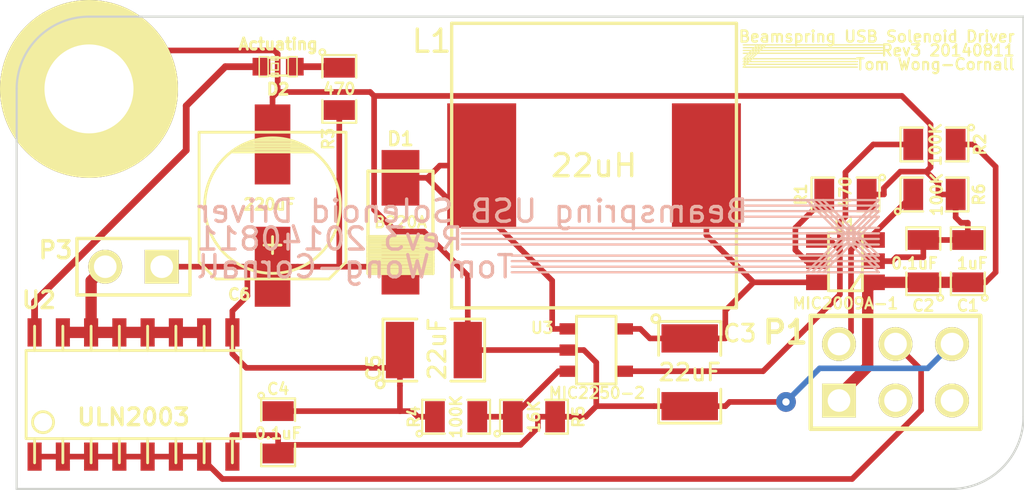
<source format=kicad_pcb>
(kicad_pcb (version 20171130) (host pcbnew "(5.1.12)-1")

  (general
    (thickness 1.6)
    (drawings 44)
    (tracks 184)
    (zones 0)
    (modules 21)
    (nets 14)
  )

  (page A3)
  (layers
    (0 F.Cu signal)
    (31 B.Cu signal)
    (32 B.Adhes user)
    (33 F.Adhes user)
    (34 B.Paste user)
    (35 F.Paste user)
    (36 B.SilkS user hide)
    (37 F.SilkS user)
    (38 B.Mask user)
    (39 F.Mask user)
    (40 Dwgs.User user)
    (41 Cmts.User user)
    (42 Eco1.User user)
    (43 Eco2.User user)
    (44 Edge.Cuts user)
  )

  (setup
    (last_trace_width 0.254)
    (user_trace_width 0.1778)
    (user_trace_width 0.2032)
    (user_trace_width 0.254)
    (user_trace_width 0.3048)
    (user_trace_width 0.381)
    (user_trace_width 0.508)
    (trace_clearance 0.2032)
    (zone_clearance 0.381)
    (zone_45_only no)
    (trace_min 0.1524)
    (via_size 0.889)
    (via_drill 0.3302)
    (via_min_size 0.889)
    (via_min_drill 0.3302)
    (uvia_size 0.508)
    (uvia_drill 0.127)
    (uvias_allowed no)
    (uvia_min_size 0.508)
    (uvia_min_drill 0.127)
    (edge_width 0.1)
    (segment_width 0.1)
    (pcb_text_width 0.3)
    (pcb_text_size 1.5 1.5)
    (mod_edge_width 0.15)
    (mod_text_size 1 1)
    (mod_text_width 0.15)
    (pad_size 8 8)
    (pad_drill 4)
    (pad_to_mask_clearance 0)
    (aux_axis_origin 0 0)
    (visible_elements 7FFFFFDF)
    (pcbplotparams
      (layerselection 0x00030_ffffffff)
      (usegerberextensions true)
      (usegerberattributes true)
      (usegerberadvancedattributes true)
      (creategerberjobfile true)
      (excludeedgelayer true)
      (linewidth 0.150000)
      (plotframeref false)
      (viasonmask false)
      (mode 1)
      (useauxorigin false)
      (hpglpennumber 1)
      (hpglpenspeed 20)
      (hpglpendiameter 15.000000)
      (psnegative false)
      (psa4output false)
      (plotreference true)
      (plotvalue true)
      (plotinvisibletext false)
      (padsonsilk false)
      (subtractmaskfromsilk false)
      (outputformat 1)
      (mirror false)
      (drillshape 0)
      (scaleselection 1)
      (outputdirectory "/tmp/solenoid-driver/"))
  )

  (net 0 "")
  (net 1 +5V)
  (net 2 +9V)
  (net 3 /+5V_Gated)
  (net 4 /SW)
  (net 5 GND)
  (net 6 N-0000012)
  (net 7 N-0000013)
  (net 8 N-000002)
  (net 9 N-000005)
  (net 10 N-000006)
  (net 11 N-000007)
  (net 12 N-000008)
  (net 13 N-000009)

  (net_class Default "This is the default net class."
    (clearance 0.2032)
    (trace_width 0.254)
    (via_dia 0.889)
    (via_drill 0.3302)
    (uvia_dia 0.508)
    (uvia_drill 0.127)
    (add_net +5V)
    (add_net +9V)
    (add_net /+5V_Gated)
    (add_net /SW)
    (add_net GND)
    (add_net N-0000012)
    (add_net N-0000013)
    (add_net N-000002)
    (add_net N-000005)
    (add_net N-000006)
    (add_net N-000007)
    (add_net N-000008)
    (add_net N-000009)
  )

  (module SOT23_6 (layer F.Cu) (tedit 53E819FF) (tstamp 533F9F75)
    (at 212.5 148.5 90)
    (path /533F8E11)
    (fp_text reference U1 (at 1.63 -0.02 180) (layer F.SilkS)
      (effects (font (size 0.5 0.5) (thickness 0.1)))
    )
    (fp_text value MIC2009A-1 (at -1.9 0 180) (layer F.SilkS)
      (effects (font (size 0.5 0.5) (thickness 0.1)))
    )
    (fp_line (start 1.27 -0.762) (end 1.27 0.762) (layer F.SilkS) (width 0.127))
    (fp_line (start -1.3335 -0.762) (end 1.27 -0.762) (layer F.SilkS) (width 0.127))
    (fp_line (start -1.3335 0.762) (end -1.3335 -0.762) (layer F.SilkS) (width 0.127))
    (fp_line (start 1.27 0.762) (end -1.3335 0.762) (layer F.SilkS) (width 0.127))
    (fp_line (start -0.508 0.762) (end -1.27 0.254) (layer F.SilkS) (width 0.127))
    (pad 6 smd rect (at -0.9525 -1.27 90) (size 0.70104 1.00076) (layers F.Cu F.Paste F.Mask)
      (net 3 /+5V_Gated))
    (pad 5 smd rect (at 0 -1.27 90) (size 0.70104 1.00076) (layers F.Cu F.Paste F.Mask)
      (net 8 N-000002))
    (pad 4 smd rect (at 0.9525 -1.27 90) (size 0.70104 1.00076) (layers F.Cu F.Paste F.Mask)
      (net 6 N-0000012))
    (pad 3 smd rect (at 0.9525 1.27 90) (size 0.70104 1.00076) (layers F.Cu F.Paste F.Mask)
      (net 11 N-000007))
    (pad 2 smd rect (at 0 1.27 90) (size 0.70104 1.00076) (layers F.Cu F.Paste F.Mask)
      (net 5 GND))
    (pad 1 smd rect (at -0.9525 1.27 90) (size 0.70104 1.00076) (layers F.Cu F.Paste F.Mask)
      (net 1 +5V))
    (model smd/SOT23_6.wrl
      (at (xyz 0 0 0))
      (scale (xyz 0.11 0.11 0.11))
      (rotate (xyz 0 0 0))
    )
  )

  (module SOT23-5 (layer F.Cu) (tedit 53E819DC) (tstamp 533F9F82)
    (at 201.3 152.5 270)
    (path /533F9B43)
    (attr smd)
    (fp_text reference U3 (at -1 2.43) (layer F.SilkS)
      (effects (font (size 0.5 0.5) (thickness 0.1)))
    )
    (fp_text value MIC2250-2 (at 1.93 -0.03) (layer F.SilkS)
      (effects (font (size 0.5 0.5) (thickness 0.1)))
    )
    (fp_line (start -1.524 -0.889) (end 1.524 -0.889) (layer F.SilkS) (width 0.127))
    (fp_line (start -1.524 0.889) (end -1.524 -0.889) (layer F.SilkS) (width 0.127))
    (fp_line (start 1.524 0.889) (end -1.524 0.889) (layer F.SilkS) (width 0.127))
    (fp_line (start 1.524 -0.889) (end 1.524 0.889) (layer F.SilkS) (width 0.127))
    (pad 1 smd rect (at -0.9525 1.27 270) (size 0.508 0.762) (layers F.Cu F.Paste F.Mask)
      (net 4 /SW))
    (pad 3 smd rect (at 0.9525 1.27 270) (size 0.508 0.762) (layers F.Cu F.Paste F.Mask)
      (net 7 N-0000013))
    (pad 5 smd rect (at -0.9525 -1.27 270) (size 0.508 0.762) (layers F.Cu F.Paste F.Mask)
      (net 3 /+5V_Gated))
    (pad 2 smd rect (at 0 1.27 270) (size 0.508 0.762) (layers F.Cu F.Paste F.Mask)
      (net 5 GND))
    (pad 4 smd rect (at 0.9525 -1.27 270) (size 0.508 0.762) (layers F.Cu F.Paste F.Mask)
      (net 6 N-0000012))
    (model smd/SOT23_5.wrl
      (at (xyz 0 0 0))
      (scale (xyz 0.1 0.1 0.1))
      (rotate (xyz 0 0 0))
    )
  )

  (module so-16 (layer F.Cu) (tedit 5340D383) (tstamp 533F9FAB)
    (at 180.5 154.5)
    (descr SO-16)
    (path /533CF28C)
    (attr smd)
    (fp_text reference U2 (at -4.25 -4.25) (layer F.SilkS)
      (effects (font (size 0.7493 0.7493) (thickness 0.14986)))
    )
    (fp_text value ULN2003 (at 0 1.016) (layer F.SilkS)
      (effects (font (size 0.7493 0.7493) (thickness 0.14986)))
    )
    (fp_circle (center -4.064 1.2446) (end -4.3434 1.6256) (layer F.SilkS) (width 0.127))
    (fp_line (start 4.826 -1.9812) (end -4.826 -1.9812) (layer F.SilkS) (width 0.127))
    (fp_line (start 4.826 1.9812) (end 4.826 -1.9812) (layer F.SilkS) (width 0.127))
    (fp_line (start -4.826 1.9812) (end 4.826 1.9812) (layer F.SilkS) (width 0.127))
    (fp_line (start -4.826 -1.9812) (end -4.826 1.9812) (layer F.SilkS) (width 0.127))
    (fp_line (start -1.905 3.0734) (end -1.905 1.9812) (layer F.SilkS) (width 0.127))
    (fp_line (start -0.635 3.0734) (end -0.635 1.9812) (layer F.SilkS) (width 0.127))
    (fp_line (start 0.635 3.0734) (end 0.635 1.9812) (layer F.SilkS) (width 0.127))
    (fp_line (start -3.175 3.0734) (end -3.175 1.9812) (layer F.SilkS) (width 0.127))
    (fp_line (start -4.445 1.9812) (end -4.445 3.0734) (layer F.SilkS) (width 0.127))
    (fp_line (start 1.905 1.9812) (end 1.905 3.0734) (layer F.SilkS) (width 0.127))
    (fp_line (start 3.175 1.9812) (end 3.175 3.0734) (layer F.SilkS) (width 0.127))
    (fp_line (start 4.445 1.9812) (end 4.445 3.0734) (layer F.SilkS) (width 0.127))
    (fp_line (start 4.445 -3.0734) (end 4.445 -1.9812) (layer F.SilkS) (width 0.127))
    (fp_line (start 3.175 -3.0734) (end 3.175 -1.9812) (layer F.SilkS) (width 0.127))
    (fp_line (start 1.905 -3.0734) (end 1.905 -1.9812) (layer F.SilkS) (width 0.127))
    (fp_line (start -4.445 -3.0734) (end -4.445 -1.9812) (layer F.SilkS) (width 0.127))
    (fp_line (start -3.175 -1.9812) (end -3.175 -3.0734) (layer F.SilkS) (width 0.127))
    (fp_line (start 0.635 -1.9812) (end 0.635 -3.0734) (layer F.SilkS) (width 0.127))
    (fp_line (start -0.635 -1.9812) (end -0.635 -3.0734) (layer F.SilkS) (width 0.127))
    (fp_line (start -1.905 -1.9812) (end -1.905 -3.0734) (layer F.SilkS) (width 0.127))
    (pad 1 smd rect (at -4.445 2.794) (size 0.635 1.27) (layers F.Cu F.Paste F.Mask)
      (net 9 N-000005))
    (pad 2 smd rect (at -3.175 2.794) (size 0.635 1.27) (layers F.Cu F.Paste F.Mask)
      (net 9 N-000005))
    (pad 3 smd rect (at -1.905 2.794) (size 0.635 1.27) (layers F.Cu F.Paste F.Mask)
      (net 9 N-000005))
    (pad 4 smd rect (at -0.635 2.794) (size 0.635 1.27) (layers F.Cu F.Paste F.Mask)
      (net 9 N-000005))
    (pad 5 smd rect (at 0.635 2.794) (size 0.635 1.27) (layers F.Cu F.Paste F.Mask)
      (net 9 N-000005))
    (pad 6 smd rect (at 1.905 2.794) (size 0.635 1.27) (layers F.Cu F.Paste F.Mask)
      (net 9 N-000005))
    (pad 7 smd rect (at 3.175 2.794) (size 0.635 1.27) (layers F.Cu F.Paste F.Mask)
      (net 9 N-000005))
    (pad 8 smd rect (at 4.445 2.794) (size 0.635 1.27) (layers F.Cu F.Paste F.Mask)
      (net 5 GND))
    (pad 9 smd rect (at 4.445 -2.794) (size 0.635 1.27) (layers F.Cu F.Paste F.Mask)
      (net 2 +9V))
    (pad 10 smd rect (at 3.175 -2.794) (size 0.635 1.27) (layers F.Cu F.Paste F.Mask)
      (net 10 N-000006))
    (pad 11 smd rect (at 1.905 -2.794) (size 0.635 1.27) (layers F.Cu F.Paste F.Mask)
      (net 10 N-000006))
    (pad 12 smd rect (at 0.635 -2.794) (size 0.635 1.27) (layers F.Cu F.Paste F.Mask)
      (net 10 N-000006))
    (pad 13 smd rect (at -0.635 -2.794) (size 0.635 1.27) (layers F.Cu F.Paste F.Mask)
      (net 10 N-000006))
    (pad 14 smd rect (at -1.905 -2.794) (size 0.635 1.27) (layers F.Cu F.Paste F.Mask)
      (net 10 N-000006))
    (pad 15 smd rect (at -3.175 -2.794) (size 0.635 1.27) (layers F.Cu F.Paste F.Mask)
      (net 10 N-000006))
    (pad 16 smd rect (at -4.445 -2.794) (size 0.635 1.27) (layers F.Cu F.Paste F.Mask)
      (net 12 N-000008))
    (model smd/smd_dil/so-16.wrl
      (at (xyz 0 0 0))
      (scale (xyz 1 1 1))
      (rotate (xyz 0 0 0))
    )
  )

  (module SM1210 (layer F.Cu) (tedit 5340D3F6) (tstamp 533F9FB8)
    (at 194 152.5)
    (tags "CMS SM")
    (path /533FADC1)
    (attr smd)
    (fp_text reference C5 (at -2.7 0.8 90) (layer F.SilkS)
      (effects (font (size 0.6 0.6) (thickness 0.127)))
    )
    (fp_text value 22uF (at 0.15 -0.05 90) (layer F.SilkS)
      (effects (font (size 0.762 0.762) (thickness 0.127)))
    )
    (fp_line (start 2.286 -1.397) (end 0.762 -1.397) (layer F.SilkS) (width 0.127))
    (fp_line (start 2.286 1.397) (end 2.286 -1.397) (layer F.SilkS) (width 0.127))
    (fp_line (start 0.762 1.397) (end 2.286 1.397) (layer F.SilkS) (width 0.127))
    (fp_line (start -2.286 1.397) (end -0.762 1.397) (layer F.SilkS) (width 0.127))
    (fp_line (start -2.286 -1.397) (end -2.286 1.397) (layer F.SilkS) (width 0.127))
    (fp_line (start -0.762 -1.397) (end -2.286 -1.397) (layer F.SilkS) (width 0.127))
    (fp_circle (center -2.413 1.524) (end -2.286 1.397) (layer F.SilkS) (width 0.127))
    (pad 1 smd rect (at -1.524 0) (size 1.27 2.54) (layers F.Cu F.Paste F.Mask)
      (net 2 +9V))
    (pad 2 smd rect (at 1.524 0) (size 1.27 2.54) (layers F.Cu F.Paste F.Mask)
      (net 5 GND))
    (model smd/chip_cms.wrl
      (at (xyz 0 0 0))
      (scale (xyz 0.17 0.2 0.17))
      (rotate (xyz 0 0 0))
    )
  )

  (module SM1210 (layer F.Cu) (tedit 5340D6FD) (tstamp 533F9FC5)
    (at 205.5 153.5 270)
    (tags "CMS SM")
    (path /533F9FEC)
    (attr smd)
    (fp_text reference C3 (at -1.75 -2.25) (layer F.SilkS)
      (effects (font (size 0.762 0.762) (thickness 0.127)))
    )
    (fp_text value 22uF (at 0 0) (layer F.SilkS)
      (effects (font (size 0.762 0.762) (thickness 0.127)))
    )
    (fp_line (start 2.286 -1.397) (end 0.762 -1.397) (layer F.SilkS) (width 0.127))
    (fp_line (start 2.286 1.397) (end 2.286 -1.397) (layer F.SilkS) (width 0.127))
    (fp_line (start 0.762 1.397) (end 2.286 1.397) (layer F.SilkS) (width 0.127))
    (fp_line (start -2.286 1.397) (end -0.762 1.397) (layer F.SilkS) (width 0.127))
    (fp_line (start -2.286 -1.397) (end -2.286 1.397) (layer F.SilkS) (width 0.127))
    (fp_line (start -0.762 -1.397) (end -2.286 -1.397) (layer F.SilkS) (width 0.127))
    (fp_circle (center -2.413 1.524) (end -2.286 1.397) (layer F.SilkS) (width 0.127))
    (pad 1 smd rect (at -1.524 0 270) (size 1.27 2.54) (layers F.Cu F.Paste F.Mask)
      (net 3 /+5V_Gated))
    (pad 2 smd rect (at 1.524 0 270) (size 1.27 2.54) (layers F.Cu F.Paste F.Mask)
      (net 5 GND))
    (model smd/chip_cms.wrl
      (at (xyz 0 0 0))
      (scale (xyz 0.17 0.2 0.17))
      (rotate (xyz 0 0 0))
    )
  )

  (module SM0805 (layer F.Cu) (tedit 5340D4D2) (tstamp 533F9FE1)
    (at 216.5 143.25 180)
    (path /533F9579)
    (attr smd)
    (fp_text reference R2 (at -2.05 0 270) (layer F.SilkS)
      (effects (font (size 0.50038 0.50038) (thickness 0.10922)))
    )
    (fp_text value 100K (at -0.05 0 270) (layer F.SilkS)
      (effects (font (size 0.50038 0.50038) (thickness 0.10922)))
    )
    (fp_line (start 1.524 0.762) (end 0.508 0.762) (layer F.SilkS) (width 0.09906))
    (fp_line (start 1.524 -0.762) (end 1.524 0.762) (layer F.SilkS) (width 0.09906))
    (fp_line (start 0.508 -0.762) (end 1.524 -0.762) (layer F.SilkS) (width 0.09906))
    (fp_line (start -1.524 -0.762) (end -0.508 -0.762) (layer F.SilkS) (width 0.09906))
    (fp_line (start -1.524 0.762) (end -1.524 -0.762) (layer F.SilkS) (width 0.09906))
    (fp_line (start -0.508 0.762) (end -1.524 0.762) (layer F.SilkS) (width 0.09906))
    (fp_circle (center -1.651 0.762) (end -1.651 0.635) (layer F.SilkS) (width 0.09906))
    (pad 1 smd rect (at -0.9525 0 180) (size 0.889 1.397) (layers F.Cu F.Paste F.Mask)
      (net 1 +5V))
    (pad 2 smd rect (at 0.9525 0 180) (size 0.889 1.397) (layers F.Cu F.Paste F.Mask)
      (net 6 N-0000012))
    (model smd/chip_cms.wrl
      (at (xyz 0 0 0))
      (scale (xyz 0.1 0.1 0.1))
      (rotate (xyz 0 0 0))
    )
  )

  (module SM0805 (layer F.Cu) (tedit 5340D406) (tstamp 533F9FEE)
    (at 198.5 155.5)
    (path /533FAB2E)
    (attr smd)
    (fp_text reference R5 (at 2 0 90) (layer F.SilkS)
      (effects (font (size 0.50038 0.50038) (thickness 0.10922)))
    )
    (fp_text value 16K (at 0 0 90) (layer F.SilkS)
      (effects (font (size 0.50038 0.50038) (thickness 0.10922)))
    )
    (fp_line (start 1.524 0.762) (end 0.508 0.762) (layer F.SilkS) (width 0.09906))
    (fp_line (start 1.524 -0.762) (end 1.524 0.762) (layer F.SilkS) (width 0.09906))
    (fp_line (start 0.508 -0.762) (end 1.524 -0.762) (layer F.SilkS) (width 0.09906))
    (fp_line (start -1.524 -0.762) (end -0.508 -0.762) (layer F.SilkS) (width 0.09906))
    (fp_line (start -1.524 0.762) (end -1.524 -0.762) (layer F.SilkS) (width 0.09906))
    (fp_line (start -0.508 0.762) (end -1.524 0.762) (layer F.SilkS) (width 0.09906))
    (fp_circle (center -1.651 0.762) (end -1.651 0.635) (layer F.SilkS) (width 0.09906))
    (pad 1 smd rect (at -0.9525 0) (size 0.889 1.397) (layers F.Cu F.Paste F.Mask)
      (net 7 N-0000013))
    (pad 2 smd rect (at 0.9525 0) (size 0.889 1.397) (layers F.Cu F.Paste F.Mask)
      (net 5 GND))
    (model smd/chip_cms.wrl
      (at (xyz 0 0 0))
      (scale (xyz 0.1 0.1 0.1))
      (rotate (xyz 0 0 0))
    )
  )

  (module SM0805 (layer F.Cu) (tedit 5340D3FF) (tstamp 533F9FFB)
    (at 195 155.5)
    (path /533FAAD3)
    (attr smd)
    (fp_text reference R4 (at -1.9 0 90) (layer F.SilkS)
      (effects (font (size 0.50038 0.50038) (thickness 0.10922)))
    )
    (fp_text value 100K (at 0 0 90) (layer F.SilkS)
      (effects (font (size 0.50038 0.50038) (thickness 0.10922)))
    )
    (fp_line (start 1.524 0.762) (end 0.508 0.762) (layer F.SilkS) (width 0.09906))
    (fp_line (start 1.524 -0.762) (end 1.524 0.762) (layer F.SilkS) (width 0.09906))
    (fp_line (start 0.508 -0.762) (end 1.524 -0.762) (layer F.SilkS) (width 0.09906))
    (fp_line (start -1.524 -0.762) (end -0.508 -0.762) (layer F.SilkS) (width 0.09906))
    (fp_line (start -1.524 0.762) (end -1.524 -0.762) (layer F.SilkS) (width 0.09906))
    (fp_line (start -0.508 0.762) (end -1.524 0.762) (layer F.SilkS) (width 0.09906))
    (fp_circle (center -1.651 0.762) (end -1.651 0.635) (layer F.SilkS) (width 0.09906))
    (pad 1 smd rect (at -0.9525 0) (size 0.889 1.397) (layers F.Cu F.Paste F.Mask)
      (net 2 +9V))
    (pad 2 smd rect (at 0.9525 0) (size 0.889 1.397) (layers F.Cu F.Paste F.Mask)
      (net 7 N-0000013))
    (model smd/chip_cms.wrl
      (at (xyz 0 0 0))
      (scale (xyz 0.1 0.1 0.1))
      (rotate (xyz 0 0 0))
    )
  )

  (module SM0805 (layer F.Cu) (tedit 536DB93A) (tstamp 533FA008)
    (at 218 148.5 90)
    (path /533F9B5C)
    (attr smd)
    (fp_text reference C1 (at -2 0 180) (layer F.SilkS)
      (effects (font (size 0.50038 0.50038) (thickness 0.10922)))
    )
    (fp_text value 1uF (at -0.1 0.2 180) (layer F.SilkS)
      (effects (font (size 0.50038 0.50038) (thickness 0.10922)))
    )
    (fp_line (start 1.524 0.762) (end 0.508 0.762) (layer F.SilkS) (width 0.09906))
    (fp_line (start 1.524 -0.762) (end 1.524 0.762) (layer F.SilkS) (width 0.09906))
    (fp_line (start 0.508 -0.762) (end 1.524 -0.762) (layer F.SilkS) (width 0.09906))
    (fp_line (start -1.524 -0.762) (end -0.508 -0.762) (layer F.SilkS) (width 0.09906))
    (fp_line (start -1.524 0.762) (end -1.524 -0.762) (layer F.SilkS) (width 0.09906))
    (fp_line (start -0.508 0.762) (end -1.524 0.762) (layer F.SilkS) (width 0.09906))
    (fp_circle (center -1.651 0.762) (end -1.651 0.635) (layer F.SilkS) (width 0.09906))
    (pad 1 smd rect (at -0.9525 0 90) (size 0.889 1.397) (layers F.Cu F.Paste F.Mask)
      (net 1 +5V))
    (pad 2 smd rect (at 0.9525 0 90) (size 0.889 1.397) (layers F.Cu F.Paste F.Mask)
      (net 5 GND))
    (model smd/chip_cms.wrl
      (at (xyz 0 0 0))
      (scale (xyz 0.1 0.1 0.1))
      (rotate (xyz 0 0 0))
    )
  )

  (module SM0805 (layer F.Cu) (tedit 5340D4CC) (tstamp 533FA015)
    (at 212.5 145.5 180)
    (path /533F92D7)
    (attr smd)
    (fp_text reference R1 (at 2 0 270) (layer F.SilkS)
      (effects (font (size 0.50038 0.50038) (thickness 0.10922)))
    )
    (fp_text value 470 (at 0 0.1 270) (layer F.SilkS)
      (effects (font (size 0.50038 0.50038) (thickness 0.10922)))
    )
    (fp_line (start 1.524 0.762) (end 0.508 0.762) (layer F.SilkS) (width 0.09906))
    (fp_line (start 1.524 -0.762) (end 1.524 0.762) (layer F.SilkS) (width 0.09906))
    (fp_line (start 0.508 -0.762) (end 1.524 -0.762) (layer F.SilkS) (width 0.09906))
    (fp_line (start -1.524 -0.762) (end -0.508 -0.762) (layer F.SilkS) (width 0.09906))
    (fp_line (start -1.524 0.762) (end -1.524 -0.762) (layer F.SilkS) (width 0.09906))
    (fp_line (start -0.508 0.762) (end -1.524 0.762) (layer F.SilkS) (width 0.09906))
    (fp_circle (center -1.651 0.762) (end -1.651 0.635) (layer F.SilkS) (width 0.09906))
    (pad 1 smd rect (at -0.9525 0 180) (size 0.889 1.397) (layers F.Cu F.Paste F.Mask)
      (net 5 GND))
    (pad 2 smd rect (at 0.9525 0 180) (size 0.889 1.397) (layers F.Cu F.Paste F.Mask)
      (net 8 N-000002))
    (model smd/chip_cms.wrl
      (at (xyz 0 0 0))
      (scale (xyz 0.1 0.1 0.1))
      (rotate (xyz 0 0 0))
    )
  )

  (module SM0805 (layer F.Cu) (tedit 5340D38E) (tstamp 533FA022)
    (at 187 156.2 270)
    (path /533DEC04)
    (attr smd)
    (fp_text reference C4 (at -1.95 0) (layer F.SilkS)
      (effects (font (size 0.50038 0.50038) (thickness 0.10922)))
    )
    (fp_text value 0.1uF (at 0.05 0) (layer F.SilkS)
      (effects (font (size 0.50038 0.50038) (thickness 0.10922)))
    )
    (fp_line (start 1.524 0.762) (end 0.508 0.762) (layer F.SilkS) (width 0.09906))
    (fp_line (start 1.524 -0.762) (end 1.524 0.762) (layer F.SilkS) (width 0.09906))
    (fp_line (start 0.508 -0.762) (end 1.524 -0.762) (layer F.SilkS) (width 0.09906))
    (fp_line (start -1.524 -0.762) (end -0.508 -0.762) (layer F.SilkS) (width 0.09906))
    (fp_line (start -1.524 0.762) (end -1.524 -0.762) (layer F.SilkS) (width 0.09906))
    (fp_line (start -0.508 0.762) (end -1.524 0.762) (layer F.SilkS) (width 0.09906))
    (fp_circle (center -1.651 0.762) (end -1.651 0.635) (layer F.SilkS) (width 0.09906))
    (pad 1 smd rect (at -0.9525 0 270) (size 0.889 1.397) (layers F.Cu F.Paste F.Mask)
      (net 2 +9V))
    (pad 2 smd rect (at 0.9525 0 270) (size 0.889 1.397) (layers F.Cu F.Paste F.Mask)
      (net 5 GND))
    (model smd/chip_cms.wrl
      (at (xyz 0 0 0))
      (scale (xyz 0.1 0.1 0.1))
      (rotate (xyz 0 0 0))
    )
  )

  (module SM0805 (layer F.Cu) (tedit 536DB937) (tstamp 533FA02F)
    (at 216 148.5 90)
    (path /533DEA52)
    (attr smd)
    (fp_text reference C2 (at -2 0 180) (layer F.SilkS)
      (effects (font (size 0.50038 0.50038) (thickness 0.10922)))
    )
    (fp_text value 0.1uF (at -0.1 -0.4 180) (layer F.SilkS)
      (effects (font (size 0.50038 0.50038) (thickness 0.10922)))
    )
    (fp_line (start 1.524 0.762) (end 0.508 0.762) (layer F.SilkS) (width 0.09906))
    (fp_line (start 1.524 -0.762) (end 1.524 0.762) (layer F.SilkS) (width 0.09906))
    (fp_line (start 0.508 -0.762) (end 1.524 -0.762) (layer F.SilkS) (width 0.09906))
    (fp_line (start -1.524 -0.762) (end -0.508 -0.762) (layer F.SilkS) (width 0.09906))
    (fp_line (start -1.524 0.762) (end -1.524 -0.762) (layer F.SilkS) (width 0.09906))
    (fp_line (start -0.508 0.762) (end -1.524 0.762) (layer F.SilkS) (width 0.09906))
    (fp_circle (center -1.651 0.762) (end -1.651 0.635) (layer F.SilkS) (width 0.09906))
    (pad 1 smd rect (at -0.9525 0 90) (size 0.889 1.397) (layers F.Cu F.Paste F.Mask)
      (net 1 +5V))
    (pad 2 smd rect (at 0.9525 0 90) (size 0.889 1.397) (layers F.Cu F.Paste F.Mask)
      (net 5 GND))
    (model smd/chip_cms.wrl
      (at (xyz 0 0 0))
      (scale (xyz 0.1 0.1 0.1))
      (rotate (xyz 0 0 0))
    )
  )

  (module SM0805 (layer F.Cu) (tedit 5340D3A9) (tstamp 533FA03C)
    (at 189.75 140.75 270)
    (path /533DE0E6)
    (attr smd)
    (fp_text reference R3 (at 2.25 0.5 270) (layer F.SilkS)
      (effects (font (size 0.50038 0.50038) (thickness 0.10922)))
    )
    (fp_text value 470 (at 0 0) (layer F.SilkS)
      (effects (font (size 0.50038 0.50038) (thickness 0.10922)))
    )
    (fp_line (start 1.524 0.762) (end 0.508 0.762) (layer F.SilkS) (width 0.09906))
    (fp_line (start 1.524 -0.762) (end 1.524 0.762) (layer F.SilkS) (width 0.09906))
    (fp_line (start 0.508 -0.762) (end 1.524 -0.762) (layer F.SilkS) (width 0.09906))
    (fp_line (start -1.524 -0.762) (end -0.508 -0.762) (layer F.SilkS) (width 0.09906))
    (fp_line (start -1.524 0.762) (end -1.524 -0.762) (layer F.SilkS) (width 0.09906))
    (fp_line (start -0.508 0.762) (end -1.524 0.762) (layer F.SilkS) (width 0.09906))
    (fp_circle (center -1.651 0.762) (end -1.651 0.635) (layer F.SilkS) (width 0.09906))
    (pad 1 smd rect (at -0.9525 0 270) (size 0.889 1.397) (layers F.Cu F.Paste F.Mask)
      (net 13 N-000009))
    (pad 2 smd rect (at 0.9525 0 270) (size 0.889 1.397) (layers F.Cu F.Paste F.Mask)
      (net 2 +9V))
    (model smd/chip_cms.wrl
      (at (xyz 0 0 0))
      (scale (xyz 0.1 0.1 0.1))
      (rotate (xyz 0 0 0))
    )
  )

  (module pin_array_3x2 (layer F.Cu) (tedit 5340D4A0) (tstamp 533FA04A)
    (at 214.75 153.5)
    (descr "Double rangee de contacts 2 x 4 pins")
    (tags CONN)
    (path /533CF06C)
    (fp_text reference P1 (at -4.95 -1.8) (layer F.SilkS)
      (effects (font (size 1.016 1.016) (thickness 0.2032)))
    )
    (fp_text value CONN_3X2 (at 0 3.81) (layer F.SilkS) hide
      (effects (font (size 1.016 1.016) (thickness 0.2032)))
    )
    (fp_line (start -3.81 2.54) (end -3.81 -2.54) (layer F.SilkS) (width 0.2032))
    (fp_line (start 3.81 -2.54) (end 3.81 2.54) (layer F.SilkS) (width 0.2032))
    (fp_line (start -3.81 -2.54) (end 3.81 -2.54) (layer F.SilkS) (width 0.2032))
    (fp_line (start 3.81 2.54) (end -3.81 2.54) (layer F.SilkS) (width 0.2032))
    (pad 1 thru_hole rect (at -2.54 1.27) (size 1.524 1.524) (drill 1.016) (layers *.Cu *.Mask F.SilkS)
      (net 1 +5V))
    (pad 2 thru_hole circle (at -2.54 -1.27) (size 1.524 1.524) (drill 1.016) (layers *.Cu *.Mask F.SilkS)
      (net 11 N-000007))
    (pad 3 thru_hole circle (at 0 1.27) (size 1.524 1.524) (drill 1.016) (layers *.Cu *.Mask F.SilkS))
    (pad 4 thru_hole circle (at 0 -1.27) (size 1.524 1.524) (drill 1.016) (layers *.Cu *.Mask F.SilkS)
      (net 9 N-000005))
    (pad 5 thru_hole circle (at 2.54 1.27) (size 1.524 1.524) (drill 1.016) (layers *.Cu *.Mask F.SilkS))
    (pad 6 thru_hole circle (at 2.54 -1.27) (size 1.524 1.524) (drill 1.016) (layers *.Cu *.Mask F.SilkS)
      (net 5 GND))
    (model pin_array/pins_array_3x2.wrl
      (at (xyz 0 0 0))
      (scale (xyz 1 1 1))
      (rotate (xyz 0 0 0))
    )
  )

  (module PIN_ARRAY_2X1 (layer F.Cu) (tedit 5340D380) (tstamp 533FA054)
    (at 180.5 148.75 180)
    (descr "Connecteurs 2 pins")
    (tags "CONN DEV")
    (path /533CF848)
    (fp_text reference P3 (at 3.5 0.75 180) (layer F.SilkS)
      (effects (font (size 0.762 0.762) (thickness 0.1524)))
    )
    (fp_text value CONN_2 (at 0 0 180) (layer F.SilkS) hide
      (effects (font (size 0.762 0.762) (thickness 0.1524)))
    )
    (fp_line (start 2.54 1.27) (end -2.54 1.27) (layer F.SilkS) (width 0.1524))
    (fp_line (start 2.54 -1.27) (end 2.54 1.27) (layer F.SilkS) (width 0.1524))
    (fp_line (start -2.54 -1.27) (end 2.54 -1.27) (layer F.SilkS) (width 0.1524))
    (fp_line (start -2.54 1.27) (end -2.54 -1.27) (layer F.SilkS) (width 0.1524))
    (pad 1 thru_hole rect (at -1.27 0 180) (size 1.524 1.524) (drill 1.016) (layers *.Cu *.Mask F.SilkS)
      (net 2 +9V))
    (pad 2 thru_hole circle (at 1.27 0 180) (size 1.524 1.524) (drill 1.016) (layers *.Cu *.Mask F.SilkS)
      (net 10 N-000006))
    (model pin_array/pins_array_2x1.wrl
      (at (xyz 0 0 0))
      (scale (xyz 1 1 1))
      (rotate (xyz 0 0 0))
    )
  )

  (module c_elec_6.3x7.7 (layer F.Cu) (tedit 53E8185F) (tstamp 533FA07A)
    (at 186.75 146 270)
    (descr "SMT capacitor, aluminium electrolytic, 6.3x7.7")
    (path /533FB030)
    (fp_text reference C6 (at 4 1.5) (layer F.SilkS)
      (effects (font (size 0.50038 0.50038) (thickness 0.11938)))
    )
    (fp_text value 220uF (at -0.05 0.15) (layer F.SilkS)
      (effects (font (size 0.50038 0.50038) (thickness 0.11938)))
    )
    (fp_circle (center 0 0) (end -3.048 0) (layer F.SilkS) (width 0.127))
    (fp_line (start 1.778 -0.381) (end 1.778 0.381) (layer F.SilkS) (width 0.127))
    (fp_line (start 2.159 0) (end 1.397 0) (layer F.SilkS) (width 0.127))
    (fp_line (start 2.54 -3.302) (end -3.302 -3.302) (layer F.SilkS) (width 0.127))
    (fp_line (start 3.302 -2.54) (end 2.54 -3.302) (layer F.SilkS) (width 0.127))
    (fp_line (start 3.302 2.54) (end 3.302 -2.54) (layer F.SilkS) (width 0.127))
    (fp_line (start 2.54 3.302) (end 3.302 2.54) (layer F.SilkS) (width 0.127))
    (fp_line (start -3.302 3.302) (end 2.54 3.302) (layer F.SilkS) (width 0.127))
    (fp_line (start -3.302 -3.302) (end -3.302 3.302) (layer F.SilkS) (width 0.127))
    (fp_line (start -2.413 -1.778) (end -2.413 1.778) (layer F.SilkS) (width 0.127))
    (fp_line (start -2.54 1.651) (end -2.54 -1.651) (layer F.SilkS) (width 0.127))
    (fp_line (start -2.667 -1.397) (end -2.667 1.397) (layer F.SilkS) (width 0.127))
    (fp_line (start -2.794 1.143) (end -2.794 -1.143) (layer F.SilkS) (width 0.127))
    (fp_line (start -2.921 -0.762) (end -2.921 0.762) (layer F.SilkS) (width 0.127))
    (pad 1 smd rect (at 2.75082 0 270) (size 3.59918 1.6002) (layers F.Cu F.Paste F.Mask)
      (net 2 +9V))
    (pad 2 smd rect (at -2.75082 0 270) (size 3.59918 1.6002) (layers F.Cu F.Paste F.Mask)
      (net 5 GND))
    (model smd/capacitors/c_elec_6_3x7_7.wrl
      (at (xyz 0 0 0))
      (scale (xyz 1 1 1))
      (rotate (xyz 0 0 0))
    )
  )

  (module INDUCTOR_12.8x12.8 (layer F.Cu) (tedit 5340D40D) (tstamp 533FA08D)
    (at 201.2 144.2 180)
    (path /533FA306)
    (fp_text reference L1 (at 7.3 5.6 180) (layer F.SilkS)
      (effects (font (size 1 1) (thickness 0.15)))
    )
    (fp_text value 22uH (at 0 0 180) (layer F.SilkS)
      (effects (font (size 1 1) (thickness 0.15)))
    )
    (fp_line (start 6.4 -6.4) (end -6.4 -6.4) (layer F.SilkS) (width 0.15))
    (fp_line (start 6.4 6.4) (end 6.4 -6.4) (layer F.SilkS) (width 0.15))
    (fp_line (start -6.4 6.4) (end 6.4 6.4) (layer F.SilkS) (width 0.15))
    (fp_line (start -6.4 -6.4) (end -6.4 6.4) (layer F.SilkS) (width 0.15))
    (pad 1 smd rect (at -5.05 0 180) (size 3.1 5.6) (layers F.Cu F.Paste F.Mask)
      (net 3 /+5V_Gated))
    (pad 2 smd rect (at 5.05 0 180) (size 3.1 5.6) (layers F.Cu F.Paste F.Mask)
      (net 4 /SW))
  )

  (module 1pin (layer F.Cu) (tedit 536DB824) (tstamp 53414B6D)
    (at 178.5 140.75)
    (descr "module 1 pin (ou trou mecanique de percage)")
    (tags DEV)
    (path /5340C7FE)
    (fp_text reference P4 (at 0 -3.048) (layer F.SilkS)
      (effects (font (size 1.016 1.016) (thickness 0.254)))
    )
    (fp_text value "Chassis GND" (at 0 0) (layer F.SilkS) hide
      (effects (font (size 0.8 0.8) (thickness 0.2)))
    )
    (fp_circle (center 0 0) (end 0 -2.286) (layer F.SilkS) (width 0.381))
    (pad 1 thru_hole circle (at 0 0) (size 8 8) (drill 4) (layers *.Cu *.Mask F.SilkS)
      (net 5 GND) (zone_connect 2))
  )

  (module SM0805 (layer F.Cu) (tedit 536DB924) (tstamp 536DB564)
    (at 216.5 145.5)
    (path /536DB50B)
    (attr smd)
    (fp_text reference R6 (at 2 0 90) (layer F.SilkS)
      (effects (font (size 0.50038 0.50038) (thickness 0.10922)))
    )
    (fp_text value 100K (at 0.1 0 90) (layer F.SilkS)
      (effects (font (size 0.50038 0.50038) (thickness 0.10922)))
    )
    (fp_line (start 1.524 0.762) (end 0.508 0.762) (layer F.SilkS) (width 0.09906))
    (fp_line (start 1.524 -0.762) (end 1.524 0.762) (layer F.SilkS) (width 0.09906))
    (fp_line (start 0.508 -0.762) (end 1.524 -0.762) (layer F.SilkS) (width 0.09906))
    (fp_line (start -1.524 -0.762) (end -0.508 -0.762) (layer F.SilkS) (width 0.09906))
    (fp_line (start -1.524 0.762) (end -1.524 -0.762) (layer F.SilkS) (width 0.09906))
    (fp_line (start -0.508 0.762) (end -1.524 0.762) (layer F.SilkS) (width 0.09906))
    (fp_circle (center -1.651 0.762) (end -1.651 0.635) (layer F.SilkS) (width 0.09906))
    (pad 1 smd rect (at -0.9525 0) (size 0.889 1.397) (layers F.Cu F.Paste F.Mask)
      (net 11 N-000007))
    (pad 2 smd rect (at 0.9525 0) (size 0.889 1.397) (layers F.Cu F.Paste F.Mask)
      (net 5 GND))
    (model smd/chip_cms.wrl
      (at (xyz 0 0 0))
      (scale (xyz 0.1 0.1 0.1))
      (rotate (xyz 0 0 0))
    )
  )

  (module LED-0603 (layer F.Cu) (tedit 4E16AFB4) (tstamp 533F9FD4)
    (at 187 139.75 180)
    (descr "LED 0603 smd package")
    (tags "LED led 0603 SMD smd SMT smt smdled SMDLED smtled SMTLED")
    (path /533DE17A)
    (attr smd)
    (fp_text reference D2 (at 0 -1.016 180) (layer F.SilkS)
      (effects (font (size 0.508 0.508) (thickness 0.127)))
    )
    (fp_text value Actuating (at 0 1.016 180) (layer F.SilkS)
      (effects (font (size 0.508 0.508) (thickness 0.127)))
    )
    (fp_line (start 0.44958 0.39878) (end -0.44958 0.39878) (layer F.SilkS) (width 0.1016))
    (fp_line (start 0.44958 -0.39878) (end -0.44958 -0.39878) (layer F.SilkS) (width 0.1016))
    (fp_line (start 0 -0.14986) (end 0.29972 -0.14986) (layer F.SilkS) (width 0.06604))
    (fp_line (start 0.29972 -0.14986) (end 0.29972 0.14986) (layer F.SilkS) (width 0.06604))
    (fp_line (start 0 0.14986) (end 0.29972 0.14986) (layer F.SilkS) (width 0.06604))
    (fp_line (start 0 -0.14986) (end 0 0.14986) (layer F.SilkS) (width 0.06604))
    (fp_line (start 0 0.29972) (end 0.29972 0.29972) (layer F.SilkS) (width 0.06604))
    (fp_line (start 0.29972 0.29972) (end 0.29972 0.44958) (layer F.SilkS) (width 0.06604))
    (fp_line (start 0 0.44958) (end 0.29972 0.44958) (layer F.SilkS) (width 0.06604))
    (fp_line (start 0 0.29972) (end 0 0.44958) (layer F.SilkS) (width 0.06604))
    (fp_line (start 0 -0.44958) (end 0.29972 -0.44958) (layer F.SilkS) (width 0.06604))
    (fp_line (start 0.29972 -0.44958) (end 0.29972 -0.29972) (layer F.SilkS) (width 0.06604))
    (fp_line (start 0 -0.29972) (end 0.29972 -0.29972) (layer F.SilkS) (width 0.06604))
    (fp_line (start 0 -0.44958) (end 0 -0.29972) (layer F.SilkS) (width 0.06604))
    (fp_line (start -0.84836 -0.44958) (end -0.44958 -0.44958) (layer F.SilkS) (width 0.06604))
    (fp_line (start -0.44958 -0.44958) (end -0.44958 0.44958) (layer F.SilkS) (width 0.06604))
    (fp_line (start -0.84836 0.44958) (end -0.44958 0.44958) (layer F.SilkS) (width 0.06604))
    (fp_line (start -0.84836 -0.44958) (end -0.84836 0.44958) (layer F.SilkS) (width 0.06604))
    (fp_line (start 0.44958 -0.44958) (end 0.84836 -0.44958) (layer F.SilkS) (width 0.06604))
    (fp_line (start 0.84836 -0.44958) (end 0.84836 0.44958) (layer F.SilkS) (width 0.06604))
    (fp_line (start 0.44958 0.44958) (end 0.84836 0.44958) (layer F.SilkS) (width 0.06604))
    (fp_line (start 0.44958 -0.44958) (end 0.44958 0.44958) (layer F.SilkS) (width 0.06604))
    (pad 1 smd rect (at -0.7493 0 180) (size 0.79756 0.79756) (layers F.Cu F.Paste F.Mask)
      (net 13 N-000009))
    (pad 2 smd rect (at 0.7493 0 180) (size 0.79756 0.79756) (layers F.Cu F.Paste F.Mask)
      (net 12 N-000008))
  )

  (module DO214AC_SMA (layer F.Cu) (tedit 53E8181D) (tstamp 533FA066)
    (at 192.5 146.75 270)
    (path /533FA643)
    (fp_text reference D1 (at -3.75 0) (layer F.SilkS)
      (effects (font (size 0.6 0.6) (thickness 0.127)))
    )
    (fp_text value B220A (at 0 0) (layer F.SilkS)
      (effects (font (size 0.5 0.5) (thickness 0.1)))
    )
    (fp_line (start -2.3 -1.46) (end 2.3 -1.46) (layer F.SilkS) (width 0.15))
    (fp_line (start -2.3 1.46) (end 2.3 1.46) (layer F.SilkS) (width 0.15))
    (fp_line (start 2.3 -1.46) (end 2.3 1.46) (layer F.SilkS) (width 0.15))
    (fp_line (start -2.3 -1.46) (end -2.3 1.46) (layer F.SilkS) (width 0.15))
    (fp_line (start 0.95 -1.46) (end 0.95 1.46) (layer F.SilkS) (width 0.15))
    (fp_line (start 1.1 -1.46) (end 0.95 -1.46) (layer F.SilkS) (width 0.15))
    (fp_line (start 1.1 1.46) (end 1.1 -1.46) (layer F.SilkS) (width 0.15))
    (fp_line (start 1.25 1.46) (end 1.1 1.46) (layer F.SilkS) (width 0.15))
    (fp_line (start 1.25 -1.46) (end 1.25 1.46) (layer F.SilkS) (width 0.15))
    (fp_line (start 1.4 -1.46) (end 1.25 -1.46) (layer F.SilkS) (width 0.15))
    (fp_line (start 1.4 1.46) (end 1.4 -1.46) (layer F.SilkS) (width 0.15))
    (fp_line (start 1.55 1.46) (end 1.4 1.46) (layer F.SilkS) (width 0.15))
    (fp_line (start 1.55 -1.46) (end 1.55 1.46) (layer F.SilkS) (width 0.15))
    (fp_line (start 1.7 -1.46) (end 1.55 -1.46) (layer F.SilkS) (width 0.15))
    (fp_line (start 1.7 1.46) (end 1.7 -1.46) (layer F.SilkS) (width 0.15))
    (fp_line (start 1.85 1.46) (end 1.7 1.46) (layer F.SilkS) (width 0.15))
    (fp_line (start 1.85 -1.46) (end 1.85 1.46) (layer F.SilkS) (width 0.15))
    (fp_line (start 2 -1.46) (end 1.85 -1.46) (layer F.SilkS) (width 0.15))
    (fp_line (start 2 1.46) (end 2 -1.46) (layer F.SilkS) (width 0.15))
    (fp_line (start 2.15 1.46) (end 2 1.46) (layer F.SilkS) (width 0.15))
    (fp_line (start 2.15 -1.46) (end 2.15 1.46) (layer F.SilkS) (width 0.15))
    (fp_line (start 0.65 1.46) (end 0.65 -1.46) (layer F.SilkS) (width 0.15))
    (fp_line (start 0.8 1.46) (end 0.65 1.46) (layer F.SilkS) (width 0.15))
    (fp_line (start 0.8 -1.46) (end 0.8 1.46) (layer F.SilkS) (width 0.15))
    (pad 1 smd rect (at -2 0 270) (size 2.5 1.7) (layers F.Cu F.Paste F.Mask)
      (net 4 /SW))
    (pad 2 smd rect (at 2 0 270) (size 2.5 1.7) (layers F.Cu F.Paste F.Mask)
      (net 2 +9V))
  )

  (gr_line (start 220.5 155.5) (end 220.5 137.5) (angle 90) (layer Edge.Cuts) (width 0.1))
  (gr_line (start 217.25 158.75) (end 175.25 158.75) (angle 90) (layer Edge.Cuts) (width 0.1))
  (gr_line (start 175.25 140.75) (end 175.25 158.75) (angle 90) (layer Edge.Cuts) (width 0.1))
  (gr_line (start 178.5 137.5) (end 220.5 137.5) (angle 90) (layer Edge.Cuts) (width 0.1))
  (gr_line (start 214 148.25) (end 211.5 145.75) (angle 90) (layer B.SilkS) (width 0.1))
  (gr_line (start 211.25 145.75) (end 214 148.5) (angle 90) (layer B.SilkS) (width 0.1))
  (gr_line (start 214 148.75) (end 211 145.75) (angle 90) (layer B.SilkS) (width 0.1))
  (gr_line (start 214 149) (end 210.75 145.75) (angle 90) (layer B.SilkS) (width 0.1))
  (gr_line (start 214 146.5) (end 211.5 149) (angle 90) (layer B.SilkS) (width 0.1))
  (gr_line (start 214 146.25) (end 211.25 149) (angle 90) (layer B.SilkS) (width 0.1))
  (gr_line (start 214 146) (end 211 149) (angle 90) (layer B.SilkS) (width 0.1))
  (gr_line (start 214 145.75) (end 210.75 149) (angle 90) (layer B.SilkS) (width 0.1))
  (gr_line (start 214 149) (end 197.5 149) (angle 90) (layer B.SilkS) (width 0.1))
  (gr_line (start 197.5 148.5) (end 214 148.5) (angle 90) (layer B.SilkS) (width 0.1))
  (gr_line (start 214 148.75) (end 197.5 148.75) (angle 90) (layer B.SilkS) (width 0.1))
  (gr_line (start 197.5 148.25) (end 214 148.25) (angle 90) (layer B.SilkS) (width 0.1))
  (gr_line (start 214 147.5) (end 195.25 147.5) (angle 90) (layer B.SilkS) (width 0.1))
  (gr_line (start 195.25 147.75) (end 214 147.75) (angle 90) (layer B.SilkS) (width 0.1))
  (gr_line (start 214 147.25) (end 195.25 147.25) (angle 90) (layer B.SilkS) (width 0.1))
  (gr_line (start 195.25 147) (end 214 147) (angle 90) (layer B.SilkS) (width 0.1))
  (gr_line (start 214 146.5) (end 208 146.5) (angle 90) (layer B.SilkS) (width 0.1))
  (gr_line (start 208 146.25) (end 214 146.25) (angle 90) (layer B.SilkS) (width 0.1))
  (gr_line (start 208 146) (end 214 146) (angle 90) (layer B.SilkS) (width 0.1))
  (gr_line (start 208 145.75) (end 214 145.75) (angle 90) (layer B.SilkS) (width 0.1))
  (gr_line (start 207.91 139.395) (end 208.535 138.77) (angle 90) (layer F.SilkS) (width 0.06))
  (gr_line (start 207.91 139.52) (end 208.66 138.77) (angle 90) (layer F.SilkS) (width 0.06))
  (gr_line (start 207.91 139.645) (end 208.785 138.77) (angle 90) (layer F.SilkS) (width 0.06))
  (gr_line (start 207.91 139.77) (end 208.91 138.77) (angle 90) (layer F.SilkS) (width 0.06))
  (gr_line (start 207.91 139.77) (end 213.035 139.77) (angle 90) (layer F.SilkS) (width 0.06))
  (gr_line (start 213.035 139.645) (end 207.91 139.645) (angle 90) (layer F.SilkS) (width 0.06))
  (gr_line (start 207.91 139.52) (end 213.035 139.52) (angle 90) (layer F.SilkS) (width 0.06))
  (gr_line (start 213.035 139.395) (end 207.91 139.395) (angle 90) (layer F.SilkS) (width 0.06))
  (gr_line (start 214.16 139.145) (end 207.91 139.145) (angle 90) (layer F.SilkS) (width 0.06))
  (gr_line (start 207.91 139.02) (end 214.16 139.02) (angle 90) (layer F.SilkS) (width 0.06))
  (gr_line (start 214.16 138.895) (end 207.91 138.895) (angle 90) (layer F.SilkS) (width 0.06))
  (gr_line (start 214.16 138.77) (end 207.91 138.77) (angle 90) (layer F.SilkS) (width 0.06))
  (gr_arc (start 217.25 155.5) (end 220.5 155.5) (angle 90) (layer Edge.Cuts) (width 0.1))
  (gr_arc (start 178.5 140.75) (end 175.25 140.75) (angle 90) (layer Edge.Cuts) (width 0.1))
  (gr_text "Tom Wong-Cornall" (at 183.25 148.75) (layer B.SilkS)
    (effects (font (size 1 1) (thickness 0.15)) (justify right mirror))
  )
  (gr_text "Rev3 20140811" (at 183.25 147.5) (layer B.SilkS)
    (effects (font (size 1 1) (thickness 0.15)) (justify right mirror))
  )
  (gr_text "Beamspring USB Solenoid Driver" (at 183.25 146.25) (layer B.SilkS)
    (effects (font (size 1 1) (thickness 0.15)) (justify right mirror))
  )
  (gr_text "Tom Wong-Cornall" (at 220.16 139.645) (layer F.SilkS)
    (effects (font (size 0.5 0.5) (thickness 0.1)) (justify right))
  )
  (gr_text "Rev3 20140811" (at 220.16 139.02) (layer F.SilkS)
    (effects (font (size 0.5 0.5) (thickness 0.1)) (justify right))
  )
  (gr_text "Beamspring USB Solenoid Driver" (at 220.16 138.395) (layer F.SilkS)
    (effects (font (size 0.5 0.5) (thickness 0.1)) (justify right))
  )

  (segment (start 218 149.4525) (end 218 149.452) (width 0.254) (layer F.Cu) (net 1))
  (segment (start 216 149.452) (end 213.77 149.452) (width 0.508) (layer F.Cu) (net 1))
  (segment (start 213.77 149.452) (end 213.635 149.587) (width 0.508) (layer F.Cu) (net 1))
  (segment (start 218 149.452) (end 216 149.452) (width 0.508) (layer F.Cu) (net 1))
  (segment (start 216 149.4525) (end 216 149.452) (width 0.254) (layer F.Cu) (net 1))
  (segment (start 213.635 149.587) (end 213.6355 149.587) (width 0.254) (layer F.Cu) (net 1))
  (segment (start 213.6355 149.587) (end 213.77 149.4525) (width 0.254) (layer F.Cu) (net 1))
  (segment (start 213.635 149.587) (end 213.5 149.722) (width 0.508) (layer F.Cu) (net 1))
  (segment (start 213.5 149.722) (end 213.5 153.25) (width 0.508) (layer F.Cu) (net 1))
  (segment (start 213.5 153.25) (end 212.21 154.54) (width 0.508) (layer F.Cu) (net 1))
  (segment (start 212.21 154.54) (end 212.21 154.77) (width 0.508) (layer F.Cu) (net 1))
  (segment (start 217.4525 143.25) (end 217.452 143.25) (width 0.254) (layer F.Cu) (net 1))
  (segment (start 218 149.452) (end 218.798 149.452) (width 0.254) (layer F.Cu) (net 1))
  (segment (start 218.798 149.452) (end 219.25 149) (width 0.254) (layer F.Cu) (net 1))
  (segment (start 219.25 149) (end 219.25 144.25) (width 0.254) (layer F.Cu) (net 1))
  (segment (start 219.25 144.25) (end 218.25 143.25) (width 0.254) (layer F.Cu) (net 1))
  (segment (start 218.25 143.25) (end 217.4525 143.25) (width 0.254) (layer F.Cu) (net 1))
  (segment (start 184.945 151.706) (end 184.945 152.6713) (width 0.254) (layer F.Cu) (net 2))
  (segment (start 192.476 153.3001) (end 185.5738 153.3001) (width 0.254) (layer F.Cu) (net 2))
  (segment (start 185.5738 153.3001) (end 184.945 152.6713) (width 0.254) (layer F.Cu) (net 2))
  (segment (start 192.476 153.3001) (end 192.476 154.1003) (width 0.254) (layer F.Cu) (net 2))
  (segment (start 192.476 152.5) (end 192.476 153.3001) (width 0.254) (layer F.Cu) (net 2))
  (segment (start 192.476 155.2475) (end 193.0202 155.2475) (width 0.254) (layer F.Cu) (net 2))
  (segment (start 193.0202 155.2475) (end 193.2727 155.5) (width 0.254) (layer F.Cu) (net 2))
  (segment (start 187 155.2475) (end 192.476 155.2475) (width 0.254) (layer F.Cu) (net 2))
  (segment (start 192.476 155.2475) (end 192.476 154.1003) (width 0.254) (layer F.Cu) (net 2))
  (segment (start 194.0475 155.5) (end 193.2727 155.5) (width 0.254) (layer F.Cu) (net 2))
  (segment (start 189.75 148.75) (end 187.8812 148.75) (width 0.254) (layer F.Cu) (net 2))
  (segment (start 187.8812 148.75) (end 187.8804 148.7508) (width 0.254) (layer F.Cu) (net 2))
  (segment (start 192.5 148.75) (end 189.75 148.75) (width 0.254) (layer F.Cu) (net 2))
  (segment (start 189.75 141.7025) (end 189.75 148.75) (width 0.254) (layer F.Cu) (net 2))
  (segment (start 181.77 148.75) (end 185.6188 148.75) (width 0.254) (layer F.Cu) (net 2))
  (segment (start 185.6188 148.75) (end 185.6196 148.7508) (width 0.254) (layer F.Cu) (net 2))
  (segment (start 184.945 151.706) (end 184.945 150.7407) (width 0.254) (layer F.Cu) (net 2))
  (segment (start 186.75 148.7508) (end 185.6196 148.7508) (width 0.254) (layer F.Cu) (net 2))
  (segment (start 185.6196 148.7508) (end 185.6196 150.0661) (width 0.254) (layer F.Cu) (net 2))
  (segment (start 185.6196 150.0661) (end 184.945 150.7407) (width 0.254) (layer F.Cu) (net 2))
  (segment (start 187.3152 148.7508) (end 186.75 148.7508) (width 0.254) (layer F.Cu) (net 2))
  (segment (start 187.3152 148.7508) (end 187.8804 148.7508) (width 0.254) (layer F.Cu) (net 2))
  (segment (start 205.5 151.976) (end 207.1003 151.976) (width 0.254) (layer F.Cu) (net 3))
  (segment (start 208.3722 149.4525) (end 211.23 149.4525) (width 0.254) (layer F.Cu) (net 3))
  (segment (start 206.25 147.3303) (end 208.3722 149.4525) (width 0.254) (layer F.Cu) (net 3))
  (segment (start 207.1003 151.976) (end 207.1003 150.7244) (width 0.254) (layer F.Cu) (net 3))
  (segment (start 207.1003 150.7244) (end 208.3722 149.4525) (width 0.254) (layer F.Cu) (net 3))
  (segment (start 203.2813 151.5475) (end 203.7098 151.976) (width 0.254) (layer F.Cu) (net 3))
  (segment (start 203.7098 151.976) (end 205.5 151.976) (width 0.254) (layer F.Cu) (net 3))
  (segment (start 202.57 151.5475) (end 203.2813 151.5475) (width 0.254) (layer F.Cu) (net 3))
  (segment (start 206.25 144.2) (end 206.25 147.3303) (width 0.254) (layer F.Cu) (net 3))
  (segment (start 193.7197 144.75) (end 194.2697 144.2) (width 0.254) (layer F.Cu) (net 4))
  (segment (start 192.5 144.75) (end 193.7197 144.75) (width 0.254) (layer F.Cu) (net 4))
  (segment (start 193.7197 144.75) (end 193.7197 144.7893) (width 0.254) (layer F.Cu) (net 4))
  (segment (start 193.7197 144.7893) (end 195.4769 146.5465) (width 0.254) (layer F.Cu) (net 4))
  (segment (start 195.4769 146.5465) (end 196.4894 146.5465) (width 0.254) (layer F.Cu) (net 4))
  (segment (start 196.4894 146.5465) (end 199.3187 149.3758) (width 0.254) (layer F.Cu) (net 4))
  (segment (start 199.3187 149.3758) (end 199.3187 151.5475) (width 0.254) (layer F.Cu) (net 4))
  (segment (start 200.03 151.5475) (end 199.3187 151.5475) (width 0.254) (layer F.Cu) (net 4))
  (segment (start 196.15 144.2) (end 194.2697 144.2) (width 0.254) (layer F.Cu) (net 4))
  (segment (start 191.3148 141.0663) (end 191.1379 140.8894) (width 0.254) (layer F.Cu) (net 5))
  (segment (start 191.1379 140.8894) (end 186.9799 140.8894) (width 0.254) (layer F.Cu) (net 5))
  (segment (start 195.524 152.5) (end 195.524 149.1434) (width 0.254) (layer F.Cu) (net 5))
  (segment (start 195.524 149.1434) (end 193.5502 147.1696) (width 0.254) (layer F.Cu) (net 5))
  (segment (start 193.5502 147.1696) (end 192.2954 147.1696) (width 0.254) (layer F.Cu) (net 5))
  (segment (start 192.2954 147.1696) (end 191.3148 146.189) (width 0.254) (layer F.Cu) (net 5))
  (segment (start 191.3148 146.189) (end 191.3148 141.0663) (width 0.254) (layer F.Cu) (net 5))
  (segment (start 216.133 144.4711) (end 216.3224 144.2817) (width 0.254) (layer F.Cu) (net 5))
  (segment (start 216.3224 144.2817) (end 216.3224 142.3499) (width 0.254) (layer F.Cu) (net 5))
  (segment (start 216.3224 142.3499) (end 215.0388 141.0663) (width 0.254) (layer F.Cu) (net 5))
  (segment (start 215.0388 141.0663) (end 191.3148 141.0663) (width 0.254) (layer F.Cu) (net 5))
  (segment (start 216.133 144.4711) (end 216.6777 145.0158) (width 0.254) (layer F.Cu) (net 5))
  (segment (start 216.6777 145.0158) (end 216.6777 145.5) (width 0.254) (layer F.Cu) (net 5))
  (segment (start 214.2273 145.5) (end 214.2273 145.2094) (width 0.254) (layer F.Cu) (net 5))
  (segment (start 214.2273 145.2094) (end 214.9656 144.4711) (width 0.254) (layer F.Cu) (net 5))
  (segment (start 214.9656 144.4711) (end 216.133 144.4711) (width 0.254) (layer F.Cu) (net 5))
  (segment (start 186.9799 140.8894) (end 186.75 141.1193) (width 0.254) (layer F.Cu) (net 5))
  (segment (start 178.5 140.75) (end 180.2292 139.0208) (width 0.254) (layer F.Cu) (net 5))
  (segment (start 180.2292 139.0208) (end 186.8262 139.0208) (width 0.254) (layer F.Cu) (net 5))
  (segment (start 186.8262 139.0208) (end 186.9799 139.1745) (width 0.254) (layer F.Cu) (net 5))
  (segment (start 186.9799 139.1745) (end 186.9799 140.8894) (width 0.254) (layer F.Cu) (net 5))
  (segment (start 200.03 152.5) (end 195.524 152.5) (width 0.254) (layer F.Cu) (net 5))
  (segment (start 199.4525 155.5) (end 198.6777 155.5) (width 0.254) (layer F.Cu) (net 5))
  (segment (start 187 156.7651) (end 197.8969 156.7651) (width 0.254) (layer F.Cu) (net 5))
  (segment (start 197.8969 156.7651) (end 198.6777 155.9843) (width 0.254) (layer F.Cu) (net 5))
  (segment (start 198.6777 155.9843) (end 198.6777 155.5) (width 0.254) (layer F.Cu) (net 5))
  (segment (start 187 156.7651) (end 187 156.3777) (width 0.254) (layer F.Cu) (net 5))
  (segment (start 187 157.1525) (end 187 156.7651) (width 0.254) (layer F.Cu) (net 5))
  (segment (start 201.3 155.024) (end 201.3 153.0587) (width 0.254) (layer F.Cu) (net 5))
  (segment (start 201.3 153.0587) (end 200.7413 152.5) (width 0.254) (layer F.Cu) (net 5))
  (segment (start 199.4525 155.5) (end 200.824 155.5) (width 0.254) (layer F.Cu) (net 5))
  (segment (start 200.824 155.5) (end 201.3 155.024) (width 0.254) (layer F.Cu) (net 5))
  (segment (start 201.3 155.024) (end 203.8997 155.024) (width 0.254) (layer F.Cu) (net 5))
  (segment (start 200.03 152.5) (end 200.7413 152.5) (width 0.254) (layer F.Cu) (net 5))
  (segment (start 205.5 155.024) (end 203.8997 155.024) (width 0.254) (layer F.Cu) (net 5))
  (segment (start 213.77 148.5) (end 214.6007 148.5) (width 0.254) (layer F.Cu) (net 5))
  (segment (start 216 147.5475) (end 216 148.3223) (width 0.254) (layer F.Cu) (net 5))
  (segment (start 216 148.3223) (end 214.7784 148.3223) (width 0.254) (layer F.Cu) (net 5))
  (segment (start 214.7784 148.3223) (end 214.6007 148.5) (width 0.254) (layer F.Cu) (net 5))
  (segment (start 216 147.5475) (end 218 147.5475) (width 0.254) (layer F.Cu) (net 5))
  (segment (start 217.4525 145.5) (end 216.6777 145.5) (width 0.254) (layer F.Cu) (net 5))
  (segment (start 213.4525 145.5) (end 214.2273 145.5) (width 0.254) (layer F.Cu) (net 5))
  (segment (start 184.945 157.294) (end 184.945 156.3287) (width 0.254) (layer F.Cu) (net 5))
  (segment (start 187 156.3777) (end 186.951 156.3287) (width 0.254) (layer F.Cu) (net 5))
  (segment (start 186.951 156.3287) (end 184.945 156.3287) (width 0.254) (layer F.Cu) (net 5))
  (segment (start 218 147.5475) (end 218 146.7727) (width 0.254) (layer F.Cu) (net 5))
  (segment (start 217.4525 145.5) (end 217.4525 146.5288) (width 0.254) (layer F.Cu) (net 5))
  (segment (start 217.4525 146.5288) (end 217.6964 146.7727) (width 0.254) (layer F.Cu) (net 5))
  (segment (start 217.6964 146.7727) (end 218 146.7727) (width 0.254) (layer F.Cu) (net 5))
  (segment (start 205.5 155.024) (end 207.1003 155.024) (width 0.254) (layer F.Cu) (net 5))
  (segment (start 209.8266 154.8346) (end 207.2897 154.8346) (width 0.254) (layer F.Cu) (net 5))
  (segment (start 207.2897 154.8346) (end 207.1003 155.024) (width 0.254) (layer F.Cu) (net 5))
  (segment (start 217.29 152.23) (end 216.1976 153.3224) (width 0.254) (layer B.Cu) (net 5))
  (segment (start 216.1976 153.3224) (end 211.3388 153.3224) (width 0.254) (layer B.Cu) (net 5))
  (segment (start 211.3388 153.3224) (end 209.8266 154.8346) (width 0.254) (layer B.Cu) (net 5))
  (segment (start 186.75 143.2492) (end 186.75 141.1193) (width 0.254) (layer F.Cu) (net 5))
  (via (at 209.8266 154.8346) (size 0.889) (layers F.Cu B.Cu) (net 5))
  (segment (start 211.2305 147.548) (end 211.23 147.5475) (width 0.254) (layer F.Cu) (net 6))
  (segment (start 211.2305 147.548) (end 211.798 147.548) (width 0.254) (layer F.Cu) (net 6))
  (segment (start 211.798 147.548) (end 212.25 148) (width 0.254) (layer F.Cu) (net 6))
  (segment (start 211.23 147.548) (end 211.2305 147.548) (width 0.254) (layer F.Cu) (net 6))
  (segment (start 202.5705 153.452) (end 202.57 153.4525) (width 0.254) (layer F.Cu) (net 6))
  (segment (start 212.25 148) (end 212.25 150) (width 0.254) (layer F.Cu) (net 6))
  (segment (start 212.25 150) (end 208.798 153.452) (width 0.254) (layer F.Cu) (net 6))
  (segment (start 208.798 153.452) (end 202.5705 153.452) (width 0.254) (layer F.Cu) (net 6))
  (segment (start 202.5705 153.452) (end 202.57 153.452) (width 0.254) (layer F.Cu) (net 6))
  (segment (start 215.5475 143.25) (end 215.548 143.25) (width 0.254) (layer F.Cu) (net 6))
  (segment (start 212.25 148) (end 212.25 146.75) (width 0.254) (layer F.Cu) (net 6))
  (segment (start 212.25 146.75) (end 212.5 146.5) (width 0.254) (layer F.Cu) (net 6))
  (segment (start 212.5 146.5) (end 212.5 144.5) (width 0.254) (layer F.Cu) (net 6))
  (segment (start 212.5 144.5) (end 213.75 143.25) (width 0.254) (layer F.Cu) (net 6))
  (segment (start 213.75 143.25) (end 215.5475 143.25) (width 0.254) (layer F.Cu) (net 6))
  (segment (start 200.0295 153.452) (end 200.03 153.4525) (width 0.254) (layer F.Cu) (net 7))
  (segment (start 200.0295 153.452) (end 199.595 153.452) (width 0.254) (layer F.Cu) (net 7))
  (segment (start 199.595 153.452) (end 197.548 155.5) (width 0.254) (layer F.Cu) (net 7))
  (segment (start 197.548 155.5) (end 197.5475 155.5) (width 0.254) (layer F.Cu) (net 7))
  (segment (start 200.03 153.452) (end 200.0295 153.452) (width 0.254) (layer F.Cu) (net 7))
  (segment (start 197.5475 155.5) (end 195.9525 155.5) (width 0.254) (layer F.Cu) (net 7))
  (segment (start 195.952 155.5) (end 195.9525 155.5) (width 0.254) (layer F.Cu) (net 7))
  (segment (start 211.548 145.601) (end 211.5475 145.6005) (width 0.254) (layer F.Cu) (net 8))
  (segment (start 211.5475 145.6005) (end 211.5475 145.5) (width 0.254) (layer F.Cu) (net 8))
  (segment (start 211.548 145.601) (end 211.548 145.5) (width 0.254) (layer F.Cu) (net 8))
  (segment (start 211.23 148.5) (end 210.75 148.5) (width 0.254) (layer F.Cu) (net 8))
  (segment (start 210.75 148.5) (end 210.25 148) (width 0.254) (layer F.Cu) (net 8))
  (segment (start 210.25 148) (end 210.25 147) (width 0.254) (layer F.Cu) (net 8))
  (segment (start 210.25 147) (end 211.548 145.702) (width 0.254) (layer F.Cu) (net 8))
  (segment (start 211.548 145.702) (end 211.548 145.601) (width 0.254) (layer F.Cu) (net 8))
  (segment (start 177.325 157.294) (end 178.595 157.294) (width 0.254) (layer F.Cu) (net 9))
  (segment (start 176.055 157.294) (end 177.325 157.294) (width 0.254) (layer F.Cu) (net 9))
  (segment (start 178.595 157.294) (end 179.865 157.294) (width 0.254) (layer F.Cu) (net 9))
  (segment (start 179.865 157.294) (end 181.135 157.294) (width 0.254) (layer F.Cu) (net 9))
  (segment (start 181.135 157.294) (end 182.405 157.294) (width 0.254) (layer F.Cu) (net 9))
  (segment (start 182.405 157.294) (end 183.675 157.294) (width 0.254) (layer F.Cu) (net 9))
  (segment (start 183.675 157.294) (end 183.675 157.475) (width 0.254) (layer F.Cu) (net 9))
  (segment (start 183.675 157.475) (end 184.5 158.3) (width 0.254) (layer F.Cu) (net 9))
  (segment (start 184.5 158.3) (end 212.8 158.3) (width 0.254) (layer F.Cu) (net 9))
  (segment (start 212.8 158.3) (end 215.9 155.2) (width 0.254) (layer F.Cu) (net 9))
  (segment (start 215.9 155.2) (end 215.9 153.38) (width 0.254) (layer F.Cu) (net 9))
  (segment (start 215.9 153.38) (end 214.75 152.23) (width 0.254) (layer F.Cu) (net 9))
  (segment (start 181.135 151.706) (end 182.405 151.706) (width 0.508) (layer F.Cu) (net 10))
  (segment (start 179.865 151.706) (end 181.135 151.706) (width 0.508) (layer F.Cu) (net 10))
  (segment (start 178.595 151.706) (end 179.865 151.706) (width 0.508) (layer F.Cu) (net 10))
  (segment (start 182.405 151.706) (end 183.675 151.706) (width 0.508) (layer F.Cu) (net 10))
  (segment (start 177.325 151.706) (end 178.595 151.706) (width 0.508) (layer F.Cu) (net 10))
  (segment (start 178.595 151.706) (end 178.595 149.385) (width 0.508) (layer F.Cu) (net 10))
  (segment (start 178.595 149.385) (end 179.23 148.75) (width 0.508) (layer F.Cu) (net 10))
  (segment (start 215.5475 145.5005) (end 215.5475 145.5) (width 0.254) (layer F.Cu) (net 11))
  (segment (start 215.5475 145.5005) (end 213.77 147.278) (width 0.254) (layer F.Cu) (net 11))
  (segment (start 213.77 147.278) (end 213.77 147.5475) (width 0.254) (layer F.Cu) (net 11))
  (segment (start 215.548 145.5) (end 215.5475 145.5005) (width 0.254) (layer F.Cu) (net 11))
  (segment (start 213.77 147.5475) (end 213.77 147.548) (width 0.254) (layer F.Cu) (net 11))
  (segment (start 213.77 147.548) (end 213.202 147.548) (width 0.254) (layer F.Cu) (net 11))
  (segment (start 213.202 147.548) (end 212.75 148) (width 0.254) (layer F.Cu) (net 11))
  (segment (start 212.75 148) (end 212.75 151.69) (width 0.254) (layer F.Cu) (net 11))
  (segment (start 212.75 151.69) (end 212.21 152.23) (width 0.254) (layer F.Cu) (net 11))
  (segment (start 186.2507 139.75) (end 186.251 139.75) (width 0.3048) (layer F.Cu) (net 12))
  (segment (start 176.055 151.706) (end 176.055 150.325) (width 0.3048) (layer F.Cu) (net 12))
  (segment (start 176.055 150.325) (end 182.87 143.51) (width 0.3048) (layer F.Cu) (net 12))
  (segment (start 182.87 143.51) (end 182.87 141.51) (width 0.3048) (layer F.Cu) (net 12))
  (segment (start 182.87 141.51) (end 184.63 139.75) (width 0.3048) (layer F.Cu) (net 12))
  (segment (start 184.63 139.75) (end 186.2507 139.75) (width 0.3048) (layer F.Cu) (net 12))
  (segment (start 189.726 139.774) (end 189.7265 139.774) (width 0.254) (layer F.Cu) (net 13))
  (segment (start 189.7265 139.774) (end 189.75 139.7975) (width 0.254) (layer F.Cu) (net 13))
  (segment (start 189.726 139.774) (end 189.75 139.798) (width 0.3048) (layer F.Cu) (net 13))
  (segment (start 187.7493 139.75) (end 189.702 139.75) (width 0.3048) (layer F.Cu) (net 13))
  (segment (start 189.702 139.75) (end 189.726 139.774) (width 0.3048) (layer F.Cu) (net 13))
  (segment (start 187.749 139.75) (end 187.7493 139.75) (width 0.3048) (layer F.Cu) (net 13))

)

</source>
